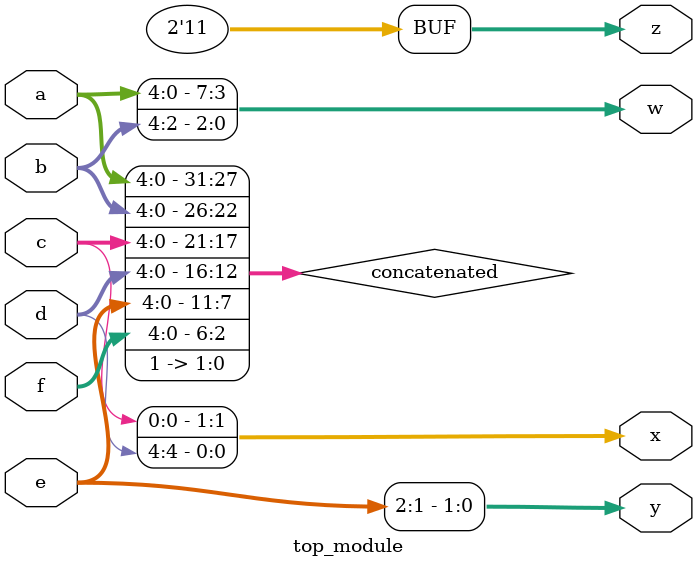
<source format=sv>
module top_module (
    input [4:0] a,
    input [4:0] b,
    input [4:0] c,
    input [4:0] d,
    input [4:0] e,
    input [4:0] f,
    output [7:0] w,
    output [7:8] x,
    output [7:8] y,
    output [7:8] z
);

    // Concatenate all input vectors and add two 1 bits at the LSB end
    wire [31:0] concatenated = {a, b, c, d, e, f, 2'b11};

    // Split the concatenated result into 8-bit output chunks
    assign w = concatenated[31:24];
    assign x = concatenated[23:16];
    assign y = concatenated[15:8];
    assign z = concatenated[7:0];

endmodule

</source>
